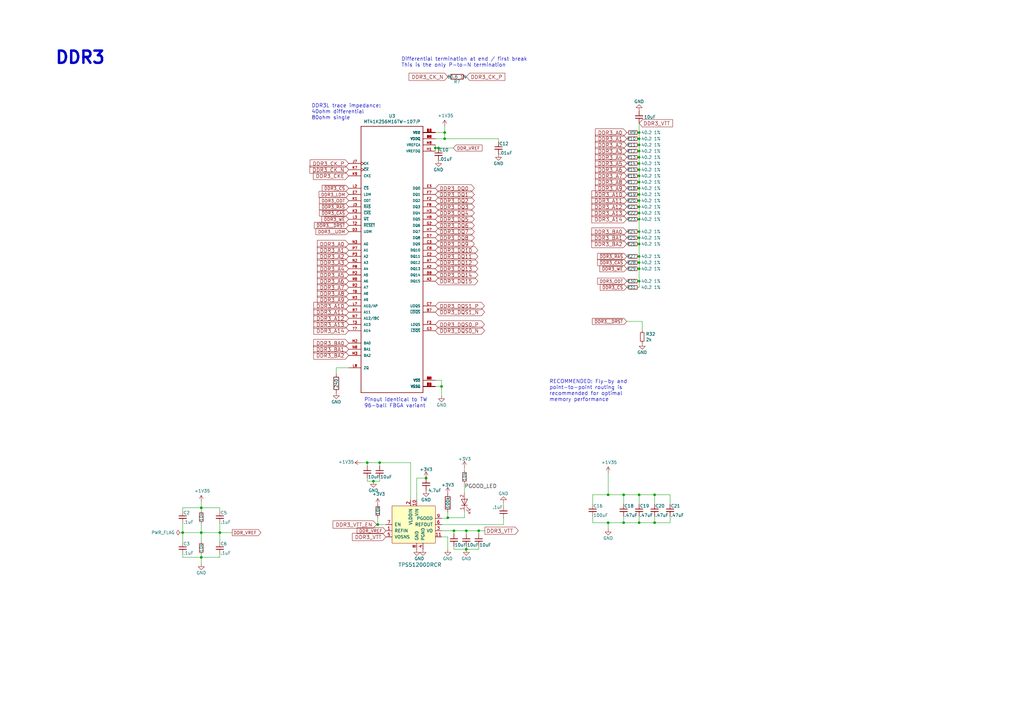
<source format=kicad_sch>
(kicad_sch (version 20231120) (generator "eeschema") (generator_version "8.0")
  (paper "A3")
  (junction (at 186.182 217.678))
  (junction (at 262.128 100.076))
  (junction (at 262.128 94.996))
  (junction (at 249.428 202.946))
  (junction (at 179.832 60.706))
  (junction (at 262.128 77.216))
  (junction (at 82.55 208.28))
  (junction (at 262.128 56.896))
  (junction (at 262.128 54.356))
  (junction (at 82.55 218.44))
  (junction (at 191.262 217.678))
  (junction (at 183.642 212.344))
  (junction (at 262.128 69.596))
  (junction (at 182.372 54.356))
  (junction (at 155.702 189.738))
  (junction (at 262.128 61.976))
  (junction (at 262.128 87.376))
  (junction (at 255.778 214.376))
  (junction (at 90.17 218.44))
  (junction (at 262.128 107.696))
  (junction (at 262.128 64.516))
  (junction (at 255.778 202.946))
  (junction (at 262.128 115.316))
  (junction (at 262.128 105.156))
  (junction (at 150.622 189.738))
  (junction (at 154.94 215.138))
  (junction (at 268.478 202.946))
  (junction (at 178.562 60.706))
  (junction (at 196.342 217.678))
  (junction (at 262.128 59.436))
  (junction (at 191.262 225.298))
  (junction (at 262.128 72.136))
  (junction (at 181.102 158.496))
  (junction (at 262.128 110.236))
  (junction (at 74.93 218.44))
  (junction (at 153.162 197.358))
  (junction (at 262.128 89.916))
  (junction (at 174.752 196.088))
  (junction (at 82.55 228.6))
  (junction (at 268.478 214.376))
  (junction (at 262.128 97.536))
  (junction (at 249.428 214.376))
  (junction (at 262.128 79.756))
  (junction (at 262.128 202.946))
  (junction (at 262.128 67.056))
  (junction (at 182.372 56.896))
  (junction (at 262.128 84.836))
  (junction (at 262.128 214.376))
  (junction (at 262.128 74.676))
  (junction (at 262.128 82.296))
  (wire (pts (xy 178.562 56.896) (xy 182.372 56.896)))
  (wire (pts (xy 181.102 217.678) (xy 186.182 217.678)))
  (wire (pts (xy 90.17 218.44) (xy 90.17 222.25)))
  (wire (pts (xy 74.93 228.6) (xy 82.55 228.6)))
  (wire (pts (xy 249.428 214.376) (xy 255.778 214.376)))
  (wire (pts (xy 154.94 215.138) (xy 154.432 215.138)))
  (wire (pts (xy 148.082 189.738) (xy 150.622 189.738)))
  (wire (pts (xy 262.128 67.056) (xy 262.128 64.516)))
  (wire (pts (xy 262.128 72.136) (xy 262.128 69.596)))
  (wire (pts (xy 186.182 224.028) (xy 186.182 225.298)))
  (wire (pts (xy 262.128 64.516) (xy 262.128 61.976)))
  (wire (pts (xy 82.55 228.6) (xy 82.55 231.14)))
  (wire (pts (xy 90.17 228.6) (xy 90.17 227.33)))
  (wire (pts (xy 255.778 214.376) (xy 262.128 214.376)))
  (wire (pts (xy 262.128 82.296) (xy 262.128 79.756)))
  (wire (pts (xy 255.778 202.946) (xy 255.778 206.756)))
  (wire (pts (xy 181.102 158.496) (xy 181.102 162.306)))
  (wire (pts (xy 262.128 100.076) (xy 262.128 105.156)))
  (wire (pts (xy 262.128 100.076) (xy 262.128 97.536)))
  (wire (pts (xy 181.102 155.956) (xy 181.102 158.496)))
  (wire (pts (xy 74.93 208.28) (xy 82.55 208.28)))
  (wire (pts (xy 190.5 209.804) (xy 190.5 212.344)))
  (wire (pts (xy 82.55 218.44) (xy 82.55 222.25)))
  (wire (pts (xy 182.372 51.816) (xy 182.372 54.356)))
  (wire (pts (xy 243.078 211.836) (xy 243.078 214.376)))
  (wire (pts (xy 178.562 60.706) (xy 179.832 60.706)))
  (wire (pts (xy 262.128 110.236) (xy 262.128 115.316)))
  (wire (pts (xy 262.128 69.596) (xy 262.128 67.056)))
  (wire (pts (xy 262.128 107.696) (xy 262.128 110.236)))
  (wire (pts (xy 268.478 202.946) (xy 274.828 202.946)))
  (wire (pts (xy 268.478 211.836) (xy 268.478 214.376)))
  (wire (pts (xy 191.262 224.028) (xy 191.262 225.298)))
  (wire (pts (xy 82.55 218.44) (xy 74.93 218.44)))
  (wire (pts (xy 243.078 214.376) (xy 249.428 214.376)))
  (wire (pts (xy 262.128 202.946) (xy 262.128 206.756)))
  (wire (pts (xy 262.128 115.316) (xy 262.128 117.856)))
  (wire (pts (xy 262.128 77.216) (xy 262.128 74.676)))
  (wire (pts (xy 206.502 206.248) (xy 206.502 207.518)))
  (wire (pts (xy 262.128 94.996) (xy 262.128 89.916)))
  (wire (pts (xy 95.25 218.44) (xy 90.17 218.44)))
  (wire (pts (xy 262.128 211.836) (xy 262.128 214.376)))
  (wire (pts (xy 196.342 218.948) (xy 196.342 217.678)))
  (wire (pts (xy 262.128 50.546) (xy 262.128 54.356)))
  (wire (pts (xy 249.428 202.946) (xy 255.778 202.946)))
  (wire (pts (xy 196.342 217.678) (xy 198.882 217.678)))
  (wire (pts (xy 179.832 60.706) (xy 185.928 60.706)))
  (wire (pts (xy 191.262 225.298) (xy 196.342 225.298)))
  (wire (pts (xy 191.262 218.948) (xy 191.262 217.678)))
  (wire (pts (xy 137.922 150.876) (xy 137.922 153.416)))
  (wire (pts (xy 82.55 227.33) (xy 82.55 228.6)))
  (wire (pts (xy 262.128 59.436) (xy 262.128 56.896)))
  (wire (pts (xy 74.93 209.55) (xy 74.93 208.28)))
  (wire (pts (xy 190.5 198.12) (xy 190.5 202.184)))
  (wire (pts (xy 262.128 87.376) (xy 262.128 84.836)))
  (wire (pts (xy 263.398 131.826) (xy 263.398 135.636)))
  (wire (pts (xy 154.94 215.138) (xy 158.242 215.138)))
  (wire (pts (xy 150.622 189.738) (xy 155.702 189.738)))
  (wire (pts (xy 186.182 217.678) (xy 191.262 217.678)))
  (wire (pts (xy 181.102 215.138) (xy 206.502 215.138)))
  (wire (pts (xy 182.372 54.356) (xy 178.562 54.356)))
  (wire (pts (xy 154.94 212.09) (xy 154.94 215.138)))
  (wire (pts (xy 255.778 202.946) (xy 262.128 202.946)))
  (wire (pts (xy 74.93 218.44) (xy 74.93 222.25)))
  (wire (pts (xy 153.162 197.358) (xy 155.702 197.358)))
  (wire (pts (xy 168.402 189.738) (xy 168.402 204.978)))
  (wire (pts (xy 82.55 228.6) (xy 90.17 228.6)))
  (wire (pts (xy 82.55 214.63) (xy 82.55 218.44)))
  (wire (pts (xy 74.93 214.63) (xy 74.93 218.44)))
  (wire (pts (xy 268.478 202.946) (xy 268.478 206.756)))
  (wire (pts (xy 183.642 212.344) (xy 183.642 212.598)))
  (wire (pts (xy 181.102 220.218) (xy 183.642 220.218)))
  (wire (pts (xy 181.102 212.598) (xy 183.642 212.598)))
  (wire (pts (xy 262.128 74.676) (xy 262.128 72.136)))
  (wire (pts (xy 183.642 220.218) (xy 183.642 225.298)))
  (wire (pts (xy 262.128 105.156) (xy 262.128 107.696)))
  (wire (pts (xy 150.622 191.008) (xy 150.622 189.738)))
  (wire (pts (xy 257.048 131.826) (xy 263.398 131.826)))
  (wire (pts (xy 178.562 155.956) (xy 181.102 155.956)))
  (wire (pts (xy 204.47 56.896) (xy 204.47 58.166)))
  (wire (pts (xy 274.828 214.376) (xy 274.828 211.836)))
  (wire (pts (xy 178.562 61.976) (xy 178.562 60.706)))
  (wire (pts (xy 262.128 61.976) (xy 262.128 59.436)))
  (wire (pts (xy 170.942 196.088) (xy 170.942 204.978)))
  (wire (pts (xy 150.622 197.358) (xy 153.162 197.358)))
  (wire (pts (xy 190.5 212.344) (xy 183.642 212.344)))
  (wire (pts (xy 174.752 196.088) (xy 170.942 196.088)))
  (wire (pts (xy 143.002 150.876) (xy 137.922 150.876)))
  (wire (pts (xy 274.828 202.946) (xy 274.828 206.756)))
  (wire (pts (xy 243.078 202.946) (xy 249.428 202.946)))
  (wire (pts (xy 74.93 227.33) (xy 74.93 228.6)))
  (wire (pts (xy 82.55 208.28) (xy 90.17 208.28)))
  (wire (pts (xy 90.17 208.28) (xy 90.17 209.55)))
  (wire (pts (xy 196.342 225.298) (xy 196.342 224.028)))
  (wire (pts (xy 90.17 218.44) (xy 82.55 218.44)))
  (wire (pts (xy 262.128 202.946) (xy 268.478 202.946)))
  (wire (pts (xy 262.128 84.836) (xy 262.128 82.296)))
  (wire (pts (xy 249.428 214.376) (xy 249.428 216.916)))
  (wire (pts (xy 191.262 217.678) (xy 196.342 217.678)))
  (wire (pts (xy 186.182 225.298) (xy 191.262 225.298)))
  (wire (pts (xy 90.17 214.63) (xy 90.17 218.44)))
  (wire (pts (xy 249.428 194.056) (xy 249.428 202.946)))
  (wire (pts (xy 262.128 79.756) (xy 262.128 77.216)))
  (wire (pts (xy 155.702 197.358) (xy 155.702 196.088)))
  (wire (pts (xy 262.128 56.896) (xy 262.128 54.356)))
  (wire (pts (xy 82.55 205.74) (xy 82.55 208.28)))
  (wire (pts (xy 82.55 208.28) (xy 82.55 209.55)))
  (wire (pts (xy 262.128 89.916) (xy 262.128 87.376)))
  (wire (pts (xy 183.642 212.344) (xy 183.642 210.058)))
  (wire (pts (xy 182.372 56.896) (xy 204.47 56.896)))
  (wire (pts (xy 178.562 158.496) (xy 181.102 158.496)))
  (wire (pts (xy 262.128 214.376) (xy 268.478 214.376)))
  (wire (pts (xy 262.128 97.536) (xy 262.128 94.996)))
  (wire (pts (xy 150.622 196.088) (xy 150.622 197.358)))
  (wire (pts (xy 182.372 56.896) (xy 182.372 54.356)))
  (wire (pts (xy 243.078 206.756) (xy 243.078 202.946)))
  (wire (pts (xy 190.5 193.04) (xy 190.5 191.77)))
  (wire (pts (xy 186.182 218.948) (xy 186.182 217.678)))
  (wire (pts (xy 268.478 214.376) (xy 274.828 214.376)))
  (wire (pts (xy 155.702 191.008) (xy 155.702 189.738)))
  (wire (pts (xy 206.502 212.598) (xy 206.502 215.138)))
  (wire (pts (xy 255.778 211.836) (xy 255.778 214.376)))
  (wire (pts (xy 178.562 59.436) (xy 178.562 60.706)))
  (wire (pts (xy 155.702 189.738) (xy 168.402 189.738)))
  (text "Differential termination at end / first break\nThis is the only P-to-N termination" (at 164.592 27.686 0) (effects (font (size 1.524 1.524)) (justify left bottom)))
  (text "DDR3" (at 22.352 26.67 0) (effects (font (size 5.0038 5.0038) (thickness 1.0008) (bold yes)) (justify left bottom)))
  (text "Pinout identical to TW \n96-ball FBGA variant\n" (at 149.352 167.386 0) (effects (font (size 1.524 1.524)) (justify left bottom)))
  (text "DDR3L trace impedance:\n40ohm differential\n80ohm single" (at 127.762 49.276 0) (effects (font (size 1.524 1.524)) (justify left bottom)))
  (text "RECOMMENDED: Fly-by and \npoint-to-point routing is\nrecommended for optimal \nmemory performance" (at 225.298 164.846 0) (effects (font (size 1.524 1.524)) (justify left bottom)))
  (label "PGOOD_LED" (at 190.5 200.66 0) (effects (font (size 1.524 1.524))))
  (global_label "DDR_VREF" (shape input) (at 185.928 60.706 0) (property "Intersheetrefs" "${INTERSHEET_REFS}" (effects (hide yes))))
  (global_label "DDR3_DQ8" (shape bidirectional) (at 178.562 97.536 0) (effects (font (size 1.524 1.524))) (property "Intersheetrefs" "${INTERSHEET_REFS}" (effects (hide yes))))
  (global_label "DDR3_A4" (shape input) (at 257.048 64.516 180) (effects (font (size 1.524 1.524))) (property "Intersheetrefs" "${INTERSHEET_REFS}" (effects (hide yes))))
  (global_label "DDR3_A13" (shape input) (at 257.048 87.376 180) (effects (font (size 1.524 1.524))) (property "Intersheetrefs" "${INTERSHEET_REFS}" (effects (hide yes))))
  (global_label "DDR3_A9" (shape input) (at 257.048 77.216 180) (effects (font (size 1.524 1.524))) (property "Intersheetrefs" "${INTERSHEET_REFS}" (effects (hide yes))))
  (global_label "~{DDR3_CAS}" (shape input) (at 257.048 107.696 180) (property "Intersheetrefs" "${INTERSHEET_REFS}" (effects (hide yes))))
  (global_label "DDR3_A14" (shape input) (at 257.048 89.916 180) (effects (font (size 1.524 1.524))) (property "Intersheetrefs" "${INTERSHEET_REFS}" (effects (hide yes))))
  (global_label "DDR_VREF" (shape input) (at 158.242 217.678 180) (property "Intersheetrefs" "${INTERSHEET_REFS}" (effects (hide yes))))
  (global_label "DDR3_VTT_EN" (shape input) (at 154.432 215.138 180) (effects (font (size 1.524 1.524))) (property "Intersheetrefs" "${INTERSHEET_REFS}" (effects (hide yes))))
  (global_label "DDR3_BA0" (shape input) (at 257.048 94.996 180) (effects (font (size 1.524 1.524))) (property "Intersheetrefs" "${INTERSHEET_REFS}" (effects (hide yes))))
  (global_label "DDR3_VTT" (shape input) (at 262.128 50.546 0) (effects (font (size 1.524 1.524))) (property "Intersheetrefs" "${INTERSHEET_REFS}" (effects (hide yes))))
  (global_label "DDR3_DQ11" (shape bidirectional) (at 178.562 105.156 0) (effects (font (size 1.524 1.524))) (property "Intersheetrefs" "${INTERSHEET_REFS}" (effects (hide yes))))
  (global_label "DDR3_DQ4" (shape bidirectional) (at 178.562 87.376 0) (effects (font (size 1.524 1.524))) (property "Intersheetrefs" "${INTERSHEET_REFS}" (effects (hide yes))))
  (global_label "DDR3_A6" (shape input) (at 257.048 69.596 180) (effects (font (size 1.524 1.524))) (property "Intersheetrefs" "${INTERSHEET_REFS}" (effects (hide yes))))
  (global_label "DDR3_A13" (shape input) (at 143.002 133.096 180) (effects (font (size 1.524 1.524))) (property "Intersheetrefs" "${INTERSHEET_REFS}" (effects (hide yes))))
  (global_label "DDR3_A1" (shape input) (at 143.002 102.616 180) (effects (font (size 1.524 1.524))) (property "Intersheetrefs" "${INTERSHEET_REFS}" (effects (hide yes))))
  (global_label "DDR3_A7" (shape input) (at 143.002 117.856 180) (effects (font (size 1.524 1.524))) (property "Intersheetrefs" "${INTERSHEET_REFS}" (effects (hide yes))))
  (global_label "DDR3_A5" (shape input) (at 143.002 112.776 180) (effects (font (size 1.524 1.524))) (property "Intersheetrefs" "${INTERSHEET_REFS}" (effects (hide yes))))
  (global_label "DDR3_LDM" (shape input) (at 143.002 79.756 180) (property "Intersheetrefs" "${INTERSHEET_REFS}" (effects (hide yes))))
  (global_label "DDR3_DQ13" (shape bidirectional) (at 178.562 110.236 0) (effects (font (size 1.524 1.524))) (property "Intersheetrefs" "${INTERSHEET_REFS}" (effects (hide yes))))
  (global_label "DDR3_DQS0_N" (shape bidirectional) (at 178.562 135.636 0) (effects (font (size 1.524 1.524))) (property "Intersheetrefs" "${INTERSHEET_REFS}" (effects (hide yes))))
  (global_label "DDR3_VTT" (shape output) (at 198.882 217.678 0) (effects (font (size 1.524 1.524))) (property "Intersheetrefs" "${INTERSHEET_REFS}" (effects (hide yes))))
  (global_label "DDR3_A9" (shape input) (at 143.002 122.936 180) (effects (font (size 1.524 1.524))) (property "Intersheetrefs" "${INTERSHEET_REFS}" (effects (hide yes))))
  (global_label "DDR3_BA1" (shape input) (at 143.002 143.256 180) (effects (font (size 1.524 1.524))) (property "Intersheetrefs" "${INTERSHEET_REFS}" (effects (hide yes))))
  (global_label "~{DDR3__DRST}" (shape input) (at 257.048 131.826 180) (property "Intersheetrefs" "${INTERSHEET_REFS}" (effects (hide yes))))
  (global_label "~{DDR3_CS}" (shape input) (at 257.048 117.856 180) (property "Intersheetrefs" "${INTERSHEET_REFS}" (effects (hide yes))))
  (global_label "DDR3_A8" (shape input) (at 257.048 74.676 180) (effects (font (size 1.524 1.524))) (property "Intersheetrefs" "${INTERSHEET_REFS}" (effects (hide yes))))
  (global_label "DDR3_A12" (shape input) (at 143.002 130.556 180) (effects (font (size 1.524 1.524))) (property "Intersheetrefs" "${INTERSHEET_REFS}" (effects (hide yes))))
  (global_label "DDR3_BA0" (shape input) (at 143.002 140.716 180) (effects (font (size 1.524 1.524))) (property "Intersheetrefs" "${INTERSHEET_REFS}" (effects (hide yes))))
  (global_label "DDR3_A7" (shape input) (at 257.048 72.136 180) (effects (font (size 1.524 1.524))) (property "Intersheetrefs" "${INTERSHEET_REFS}" (effects (hide yes))))
  (global_label "DDR3_A0" (shape input) (at 143.002 100.076 180) (effects (font (size 1.524 1.524))) (property "Intersheetrefs" "${INTERSHEET_REFS}" (effects (hide yes))))
  (global_label "DDR3_DQ6" (shape bidirectional) (at 178.562 92.456 0) (effects (font (size 1.524 1.524))) (property "Intersheetrefs" "${INTERSHEET_REFS}" (effects (hide yes))))
  (global_label "DDR3_A2" (shape input) (at 257.048 59.436 180) (effects (font (size 1.524 1.524))) (property "Intersheetrefs" "${INTERSHEET_REFS}" (effects (hide yes))))
  (global_label "~{DDR3_CAS}" (shape input) (at 143.002 87.376 180) (property "Intersheetrefs" "${INTERSHEET_REFS}" (effects (hide yes))))
  (global_label "~{DDR3_WE}" (shape input) (at 257.048 110.236 180) (property "Intersheetrefs" "${INTERSHEET_REFS}" (effects (hide yes))))
  (global_label "DDR3_A6" (shape input) (at 143.002 115.316 180) (effects (font (size 1.524 1.524))) (property "Intersheetrefs" "${INTERSHEET_REFS}" (effects (hide yes))))
  (global_label "DDR3_ODT" (shape input) (at 257.048 115.316 180) (property "Intersheetrefs" "${INTERSHEET_REFS}" (effects (hide yes))))
  (global_label "DDR3_DQ0" (shape bidirectional) (at 178.562 77.216 0) (effects (font (size 1.524 1.524))) (property "Intersheetrefs" "${INTERSHEET_REFS}" (effects (hide yes))))
  (global_label "DDR3_A3" (shape input) (at 257.048 61.976 180) (effects (font (size 1.524 1.524))) (property "Intersheetrefs" "${INTERSHEET_REFS}" (effects (hide yes))))
  (global_label "DDR3_A1" (shape input) (at 257.048 56.896 180) (effects (font (size 1.524 1.524))) (property "Intersheetrefs" "${INTERSHEET_REFS}" (effects (hide yes))))
  (global_label "DDR3_DQ15" (shape bidirectional) (at 178.562 115.316 0) (effects (font (size 1.524 1.524))) (property "Intersheetrefs" "${INTERSHEET_REFS}" (effects (hide yes))))
  (global_label "~{DDR3_CS}" (shape input) (at 143.002 77.216 180) (property "Intersheetrefs" "${INTERSHEET_REFS}" (effects (hide yes))))
  (global_label "DDR3_DQ14" (shape bidirectional) (at 178.562 112.776 0) (effects (font (size 1.524 1.524))) (property "Intersheetrefs" "${INTERSHEET_REFS}" (effects (hide yes))))
  (global_label "DDR3_DQS1_N" (shape bidirectional) (at 178.562 128.016 0) (effects (font (size 1.524 1.524))) (property "Intersheetrefs" "${INTERSHEET_REFS}" (effects (hide yes))))
  (global_label "DDR3_BA2" (shape input) (at 143.002 145.796 180) (effects (font (size 1.524 1.524))) (property "Intersheetrefs" "${INTERSHEET_REFS}" (effects (hide yes))))
  (global_label "DDR3_A2" (shape input) (at 143.002 105.156 180) (effects (font (size 1.524 1.524))) (property "Intersheetrefs" "${INTERSHEET_REFS}" (effects (hide yes))))
  (global_label "DDR3_A12" (shape input) (at 257.048 84.836 180) (effects (font (size 1.524 1.524))) (property "Intersheetrefs" "${INTERSHEET_REFS}" (effects (hide yes))))
  (global_label "DDR3_CK_P" (shape input) (at 143.002 67.056 180) (effects (font (size 1.524 1.524))) (property "Intersheetrefs" "${INTERSHEET_REFS}" (effects (hide yes))))
  (global_label "DDR3_DQ3" (shape bidirectional) (at 178.562 84.836 0) (effects (font (size 1.524 1.524))) (property "Intersheetrefs" "${INTERSHEET_REFS}" (effects (hide yes))))
  (global_label "DDR3_BA2" (shape input) (at 257.048 100.076 180) (effects (font (size 1.524 1.524))) (property "Intersheetrefs" "${INTERSHEET_REFS}" (effects (hide yes))))
  (global_label "DDR3_A3" (shape input) (at 143.002 107.696 180) (effects (font (size 1.524 1.524))) (property "Intersheetrefs" "${INTERSHEET_REFS}" (effects (hide yes))))
  (global_label "~{DDR3_RAS}" (shape input) (at 143.002 84.836 180) (property "Intersheetrefs" "${INTERSHEET_REFS}" (effects (hide yes))))
  (global_label "DDR3_DQ9" (shape bidirectional) (at 178.562 100.076 0) (effects (font (size 1.524 1.524))) (property "Intersheetrefs" "${INTERSHEET_REFS}" (effects (hide yes))))
  (global_label "DDR3_DQ5" (shape bidirectional) (at 178.562 89.916 0) (effects (font (size 1.524 1.524))) (property "Intersheetrefs" "${INTERSHEET_REFS}" (effects (hide yes))))
  (global_label "DDR3_A10" (shape input) (at 143.002 125.476 180) (effects (font (size 1.524 1.524))) (property "Intersheetrefs" "${INTERSHEET_REFS}" (effects (hide yes))))
  (global_label "DDR3_DQ7" (shape bidirectional) (at 178.562 94.996 0) (effects (font (size 1.524 1.524))) (property "Intersheetrefs" "${INTERSHEET_REFS}" (effects (hide yes))))
  (global_label "DDR3_DQS1_P" (shape bidirectional) (at 178.562 125.476 0) (effects (font (size 1.524 1.524))) (property "Intersheetrefs" "${INTERSHEET_REFS}" (effects (hide yes))))
  (global_label "DDR3_BA1" (shape input) (at 257.048 97.536 180) (effects (font (size 1.524 1.524))) (property "Intersheetrefs" "${INTERSHEET_REFS}" (effects (hide yes))))
  (global_label "DDR3_A0" (shape input) (at 257.048 54.356 180) (effects (font (size 1.524 1.524))) (property "Intersheetrefs" "${INTERSHEET_REFS}" (effects (hide yes))))
  (global_label "DDR3_DQS0_P" (shape bidirectional) (at 178.562 133.096 0) (effects (font (size 1.524 1.524))) (property "Intersheetrefs" "${INTERSHEET_REFS}" (effects (hide yes))))
  (global_label "DDR3_A8" (shape input) (at 143.002 120.396 180) (effects (font (size 1.524 1.524))) (property "Intersheetrefs" "${INTERSHEET_REFS}" (effects (hide yes))))
  (global_label "DDR_VREF" (shape output) (at 95.25 218.44 0) (property "Intersheetrefs" "${INTERSHEET_REFS}" (effects (hide yes))))
  (global_label "DDR3_DQ2" (shape bidirectional) (at 178.562 82.296 0) (effects (font (size 1.524 1.524))) (property "Intersheetrefs" "${INTERSHEET_REFS}" (effects (hide yes))))
  (global_label "DDR3_A10" (shape input) (at 257.048 79.756 180) (effects (font (size 1.524 1.524))) (property "Intersheetrefs" "${INTERSHEET_REFS}" (effects (hide yes))))
  (global_label "~{DDR3_RAS}" (shape input) (at 257.048 105.156 180) (property "Intersheetrefs" "${INTERSHEET_REFS}" (effects (hide yes))))
  (global_label "DDR3__UDM" (shape input) (at 143.002 94.996 180) (property "Intersheetrefs" "${INTERSHEET_REFS}" (effects (hide yes))))
  (global_label "DDR3_CKE" (shape input) (at 143.002 72.136 180) (effects (font (size 1.524 1.524))) (property "Intersheetrefs" "${INTERSHEET_REFS}" (effects (hide yes))))
  (global_label "DDR3_A5" (shape input) (at 257.048 67.056 180) (effects (font (size 1.524 1.524))) (property "Intersheetrefs" "${INTERSHEET_REFS}" (effects (hide yes))))
  (global_label "~{DDR3__DRST}" (shape input) (at 143.002 92.456 180) (property "Intersheetrefs" "${INTERSHEET_REFS}" (effects (hide yes))))
  (global_label "DDR3_CK_P" (shape input) (at 191.262 31.496 0) (effects (font (size 1.524 1.524))) (property "Intersheetrefs" "${INTERSHEET_REFS}" (effects (hide yes))))
  (global_label "DDR3_DQ10" (shape bidirectional) (at 178.562 102.616 0) (effects (font (size 1.524 1.524))) (property "Intersheetrefs" "${INTERSHEET_REFS}" (effects (hide yes))))
  (global_label "~{DDR3_WE}" (shape input) (at 143.002 89.916 180) (property "Intersheetrefs" "${INTERSHEET_REFS}" (effects (hide yes))))
  (global_label "DDR3_DQ1" (shape bidirectional) (at 178.562 79.756 0) (effects (font (size 1.524 1.524))) (property "Intersheetrefs" "${INTERSHEET_REFS}" (effects (hide yes))))
  (global_label "DDR3_VTT" (shape input) (at 158.242 220.218 180) (effects (font (size 1.524 1.524))) (property "Intersheetrefs" "${INTERSHEET_REFS}" (effects (hide yes))))
  (global_label "DDR3_ODT" (shape input) (at 143.002 82.296 180) (property "Intersheetrefs" "${INTERSHEET_REFS}" (effects (hide yes))))
  (global_label "DDR3_A14" (shape input) (at 143.002 135.636 180) (effects (font (size 1.524 1.524))) (property "Intersheetrefs" "${INTERSHEET_REFS}" (effects (hide yes))))
  (global_label "DDR3_CK_N" (shape input) (at 143.002 69.596 180) (effects (font (size 1.524 1.524))) (property "Intersheetrefs" "${INTERSHEET_REFS}" (effects (hide yes))))
  (global_label "DDR3_A11" (shape input) (at 257.048 82.296 180) (effects (font (size 1.524 1.524))) (property "Intersheetrefs" "${INTERSHEET_REFS}" (effects (hide yes))))
  (global_label "DDR3_A4" (shape input) (at 143.002 110.236 180) (effects (font (size 1.524 1.524))) (property "Intersheetrefs" "${INTERSHEET_REFS}" (effects (hide yes))))
  (global_label "DDR3_A11" (shape input) (at 143.002 128.016 180) (effects (font (size 1.524 1.524))) (property "Intersheetrefs" "${INTERSHEET_REFS}" (effects (hide yes))))
  (global_label "DDR3_CK_N" (shape input) (at 183.642 31.496 180) (effects (font (size 1.524 1.524))) (property "Intersheetrefs" "${INTERSHEET_REFS}" (effects (hide yes))))
  (global_label "DDR3_DQ12" (shape bidirectional) (at 178.562 107.696 0) (effects (font (size 1.524 1.524))) (property "Intersheetrefs" "${INTERSHEET_REFS}" (effects (hide yes))))
  (symbol (lib_id "power:PWR_FLAG") (at 74.93 218.44 90) (unit 1)
    (property "Reference" "#FLG01" (effects (hide yes)))
    (property "Value" "PWR_FLAG" (at 71.6788 218.44 90) (effects (justify left)))
    (instances (project "SYNC_VT" (path "" (reference "#FLG01") (unit 1))) (project "DFTBoard" (path "" (reference "#FLG04") (unit 1))))
  )
  (symbol (lib_id "Device:C_Small") (at 268.478 209.296 0) (unit 1)
    (property "Reference" "C20" (at 268.732 207.518 0) (effects (justify left)))
    (property "Value" ".47uF" (at 268.732 211.328 0) (effects (justify left)))
    (property "Footprint" "Capacitor_SMD:C_1206_3216Metric" (effects (hide yes)))
    (property "Datasheet" "CL31A476MPHNNNE" (effects (hide yes)))
    (property "MFR" "Yageo" (effects (hide yes)))
    (property "MPN" "CC0402KRX5R5BB474" (effects (hide yes)))
    (property "SPR" "Digikey" (effects (hide yes)))
    (property "SPN" "311-1684-1-ND" (effects (hide yes)))
    (instances (project "SYNC_VT" (path "" (reference "C20") (unit 1))) (project "DFTBoard" (path "" (reference "C103") (unit 1))))
  )
  (symbol (lib_id "Device:C_Small") (at 196.342 221.488 0) (unit 1)
    (property "Reference" "C14" (effects (hide yes)))
    (property "Value" "10uF" (at 196.596 223.52 0) (effects (justify left)))
    (property "Footprint" "Capacitor_SMD:C_0402_1005Metric" (effects (hide yes)))
    (property "Datasheet" "GRM155R60J106ME44D" (effects (hide yes)))
    (property "MFR" "Murata" (effects (hide yes)))
    (property "MPN" "GRM188R61A106KE69J" (effects (hide yes)))
    (property "SPR" "Digikey" (effects (hide yes)))
    (property "SPN" "490-14372-1-ND" (effects (hide yes)))
    (instances (project "SYNC_VT" (path "" (reference "C14") (unit 1))) (project "DFTBoard" (path "" (reference "C?") (unit 1)) (path "" (reference "C130") (unit 1))))
  )
  (symbol (lib_id "Device:C_Small") (at 90.17 212.09 0) (unit 1)
    (property "Reference" "C5" (at 90.424 210.312 0) (effects (justify left)))
    (property "Value" ".1uF" (at 90.424 214.122 0) (effects (justify left)))
    (property "Footprint" "Capacitor_SMD:C_0402_1005Metric" (effects (hide yes)))
    (property "Datasheet" "CL05A105KA5NQNC" (effects (hide yes)))
    (property "MFR" "Yageo" (effects (hide yes)))
    (property "MPN" "CC0402KRX7R6BB104" (effects (hide yes)))
    (property "SPR" "Digikey" (effects (hide yes)))
    (property "SPN" "311-1345-1-ND" (effects (hide yes)))
    (instances (project "SYNC_VT" (path "" (reference "C5") (unit 1))) (project "DFTBoard" (path "" (reference "C96") (unit 1))))
  )
  (symbol (lib_id "Device:R_Small") (at 259.588 84.836 90) (unit 1)
    (property "Reference" "R21" (at 260.858 84.836 90) (effects (justify left)))
    (property "Value" "40.2 1%" (at 271.018 84.836 90) (effects (justify left)))
    (property "Footprint" "Resistor_SMD:R_0201_0603Metric" (effects (hide yes)))
    (property "Datasheet" "RTT0140R2FTH" (effects (hide yes)))
    (property "MFR" "Yageo" (effects (hide yes)))
    (property "MPN" "RC0402FR-0740R2L" (effects (hide yes)))
    (property "SPR" "Digikey" (effects (hide yes)))
    (property "SPN" "311-40.2LRTR-ND" (effects (hide yes)))
    (property "SPURL" "-" (effects (hide yes)))
    (instances (project "SYNC_VT" (path "" (reference "R21") (unit 1))) (project "DFTBoard" (path "" (reference "R63") (unit 1))))
  )
  (symbol (lib_id "Device:R_Small") (at 259.588 89.916 90) (unit 1)
    (property "Reference" "R23" (at 260.858 89.916 90) (effects (justify left)))
    (property "Value" "40.2 1%" (at 271.018 89.916 90) (effects (justify left)))
    (property "Footprint" "Resistor_SMD:R_0201_0603Metric" (effects (hide yes)))
    (property "Datasheet" "RTT0140R2FTH" (effects (hide yes)))
    (property "MFR" "Yageo" (effects (hide yes)))
    (property "MPN" "RC0402FR-0740R2L" (effects (hide yes)))
    (property "SPR" "Digikey" (effects (hide yes)))
    (property "SPN" "311-40.2LRTR-ND" (effects (hide yes)))
    (property "SPURL" "-" (effects (hide yes)))
    (instances (project "SYNC_VT" (path "" (reference "R23") (unit 1))) (project "DFTBoard" (path "" (reference "R65") (unit 1))))
  )
  (symbol (lib_id "Device:R_Small") (at 259.588 67.056 90) (unit 1)
    (property "Reference" "R14" (at 260.858 67.056 90) (effects (justify left)))
    (property "Value" "40.2 1%" (at 271.018 67.056 90) (effects (justify left)))
    (property "Footprint" "Resistor_SMD:R_0201_0603Metric" (effects (hide yes)))
    (property "Datasheet" "RTT0140R2FTH" (effects (hide yes)))
    (property "MFR" "Yageo" (effects (hide yes)))
    (property "MPN" "RC0402FR-0740R2L" (effects (hide yes)))
    (property "SPR" "Digikey" (effects (hide yes)))
    (property "SPN" "311-40.2LRTR-ND" (effects (hide yes)))
    (property "SPURL" "-" (effects (hide yes)))
    (instances (project "SYNC_VT" (path "" (reference "R14") (unit 1))) (project "DFTBoard" (path "" (reference "R56") (unit 1))))
  )
  (symbol (lib_id "power:GND") (at 191.262 225.298 0) (unit 1)
    (property "Reference" "#PWR023" (effects (hide yes)))
    (property "Value" "GND" (at 191.262 229.108 0))
    (instances (project "SYNC_VT" (path "" (reference "#PWR023") (unit 1))) (project "DFTBoard" (path "" (reference "#PWR0226") (unit 1))))
  )
  (symbol (lib_id "Device:C_Small") (at 255.778 209.296 0) (unit 1)
    (property "Reference" "C18" (at 256.032 207.518 0) (effects (justify left)))
    (property "Value" ".47uF" (at 256.032 211.328 0) (effects (justify left)))
    (property "Footprint" "Capacitor_SMD:C_1206_3216Metric" (effects (hide yes)))
    (property "Datasheet" "CL31A476MPHNNNE" (effects (hide yes)))
    (property "MFR" "Yageo" (effects (hide yes)))
    (property "MPN" "CC0402KRX5R5BB474" (effects (hide yes)))
    (property "SPR" "Digikey" (effects (hide yes)))
    (property "SPN" "311-1684-1-ND" (effects (hide yes)))
    (instances (project "SYNC_VT" (path "" (reference "C18") (unit 1))) (project "DFTBoard" (path "" (reference "C101") (unit 1))))
  )
  (symbol (lib_id "power:GND") (at 153.162 197.358 0) (unit 1)
    (property "Reference" "#PWR010" (effects (hide yes)))
    (property "Value" "GND" (at 153.162 201.168 0))
    (instances (project "SYNC_VT" (path "" (reference "#PWR010") (unit 1))) (project "DFTBoard" (path "" (reference "#PWR072") (unit 1))))
  )
  (symbol (lib_id "Device:R_Small") (at 259.588 87.376 90) (unit 1)
    (property "Reference" "R22" (at 260.858 87.376 90) (effects (justify left)))
    (property "Value" "40.2 1%" (at 271.018 87.376 90) (effects (justify left)))
    (property "Footprint" "Resistor_SMD:R_0201_0603Metric" (effects (hide yes)))
    (property "Datasheet" "RTT0140R2FTH" (effects (hide yes)))
    (property "MFR" "Yageo" (effects (hide yes)))
    (property "MPN" "RC0402FR-0740R2L" (effects (hide yes)))
    (property "SPR" "Digikey" (effects (hide yes)))
    (property "SPN" "311-40.2LRTR-ND" (effects (hide yes)))
    (property "SPURL" "-" (effects (hide yes)))
    (instances (project "SYNC_VT" (path "" (reference "R22") (unit 1))) (project "DFTBoard" (path "" (reference "R64") (unit 1))))
  )
  (symbol (lib_id "power:GND") (at 206.502 206.248 180) (unit 1)
    (property "Reference" "#PWR024" (effects (hide yes)))
    (property "Value" "GND" (at 206.502 202.438 0))
    (instances (project "SYNC_VT" (path "" (reference "#PWR024") (unit 1))) (project "DFTBoard" (path "" (reference "#PWR0227") (unit 1))))
  )
  (symbol (lib_id "Device:R") (at 187.452 31.496 270) (unit 1)
    (property "Reference" "R7" (at 187.452 33.528 90))
    (property "Value" "80.6 1%" (at 187.452 31.496 90))
    (property "Footprint" "Resistor_SMD:R_0603_1608Metric" (effects (hide yes)))
    (property "Datasheet" "RMC060380.6K1%N" (effects (hide yes)))
    (property "MFR" "Yageo" (effects (hide yes)))
    (property "SPR" "Digikey" (effects (hide yes)))
    (property "MPN" "RC0402FR-0780R6L" (effects (hide yes)))
    (property "SPN" "311-80.6LRTR-ND" (effects (hide yes)))
    (property "SPURL" "-" (effects (hide yes)))
    (instances (project "SYNC_VT" (path "" (reference "R7") (unit 1))) (project "DFTBoard" (path "" (reference "R50") (unit 1))))
  )
  (symbol (lib_id "Device:R_Small") (at 259.588 117.856 90) (unit 1)
    (property "Reference" "R31" (at 260.858 117.856 90) (effects (justify left)))
    (property "Value" "40.2 1%" (at 271.018 117.856 90) (effects (justify left)))
    (property "Footprint" "Resistor_SMD:R_0201_0603Metric" (effects (hide yes)))
    (property "Datasheet" "RTT0140R2FTH" (effects (hide yes)))
    (property "MFR" "Yageo" (effects (hide yes)))
    (property "MPN" "RC0402FR-0740R2L" (effects (hide yes)))
    (property "SPR" "Digikey" (effects (hide yes)))
    (property "SPN" "311-40.2LRTR-ND" (effects (hide yes)))
    (property "SPURL" "-" (effects (hide yes)))
    (instances (project "SYNC_VT" (path "" (reference "R31") (unit 1))) (project "DFTBoard" (path "" (reference "R73") (unit 1))))
  )
  (symbol (lib_id "Device:C_Small") (at 186.182 221.488 0) (unit 1)
    (property "Reference" "C11" (effects (hide yes)))
    (property "Value" "10uF" (at 186.436 223.52 0) (effects (justify left)))
    (property "Footprint" "Capacitor_SMD:C_0402_1005Metric" (effects (hide yes)))
    (property "Datasheet" "GRM155R60J106ME44D" (effects (hide yes)))
    (property "MFR" "Murata" (effects (hide yes)))
    (property "MPN" "GRM188R61A106KE69J" (effects (hide yes)))
    (property "SPR" "Digikey" (effects (hide yes)))
    (property "SPN" "490-14372-1-ND" (effects (hide yes)))
    (instances (project "SYNC_VT" (path "" (reference "C11") (unit 1))) (project "DFTBoard" (path "" (reference "C?") (unit 1)) (path "" (reference "C128") (unit 1))))
  )
  (symbol (lib_id "Device:R_Small") (at 259.588 56.896 90) (unit 1)
    (property "Reference" "R10" (at 260.858 56.896 90) (effects (justify left)))
    (property "Value" "40.2 1%" (at 271.018 56.896 90) (effects (justify left)))
    (property "Footprint" "Resistor_SMD:R_0201_0603Metric" (effects (hide yes)))
    (property "Datasheet" "RTT0140R2FTH" (effects (hide yes)))
    (property "MFR" "Yageo" (effects (hide yes)))
    (property "MPN" "RC0402FR-0740R2L" (effects (hide yes)))
    (property "SPR" "Digikey" (effects (hide yes)))
    (property "SPN" "311-40.2LRTR-ND" (effects (hide yes)))
    (property "SPURL" "-" (effects (hide yes)))
    (instances (project "SYNC_VT" (path "" (reference "R10") (unit 1))) (project "DFTBoard" (path "" (reference "R52") (unit 1))))
  )
  (symbol (lib_id "power:GND") (at 263.398 140.716 0) (unit 1)
    (property "Reference" "#PWR027" (effects (hide yes)))
    (property "Value" "GND" (at 263.398 144.526 0))
    (instances (project "SYNC_VT" (path "" (reference "#PWR027") (unit 1))) (project "DFTBoard" (path "" (reference "#PWR0160") (unit 1))))
  )
  (symbol (lib_id "Device:C_Small") (at 274.828 209.296 0) (unit 1)
    (property "Reference" "C21" (at 275.082 207.518 0) (effects (justify left)))
    (property "Value" ".47uF" (at 275.082 211.328 0) (effects (justify left)))
    (property "Footprint" "Capacitor_SMD:C_1206_3216Metric" (effects (hide yes)))
    (property "Datasheet" "CL31A476MPHNNNE" (effects (hide yes)))
    (property "MFR" "Yageo" (effects (hide yes)))
    (property "MPN" "CC0402KRX5R5BB474" (effects (hide yes)))
    (property "SPR" "Digikey" (effects (hide yes)))
    (property "SPN" "311-1684-1-ND" (effects (hide yes)))
    (instances (project "SYNC_VT" (path "" (reference "C21") (unit 1))) (project "DFTBoard" (path "" (reference "C104") (unit 1))))
  )
  (symbol (lib_id "power:+1V35") (at 148.082 189.738 90) (unit 1)
    (property "Reference" "#PWR09" (effects (hide yes)))
    (property "Value" "+1V35" (at 141.986 189.484 90))
    (instances (project "SYNC_VT" (path "" (reference "#PWR09") (unit 1))) (project "DFTBoard" (path "" (reference "#PWR060") (unit 1))))
  )
  (symbol (lib_id "Device:C_Small") (at 74.93 224.79 0) (unit 1)
    (property "Reference" "C3" (at 75.184 223.012 0) (effects (justify left)))
    (property "Value" ".1uF" (at 75.184 226.822 0) (effects (justify left)))
    (property "Footprint" "Capacitor_SMD:C_0402_1005Metric" (effects (hide yes)))
    (property "Datasheet" "CL05A105KA5NQNC" (effects (hide yes)))
    (property "MFR" "Yageo" (effects (hide yes)))
    (property "MPN" "CC0402KRX7R6BB104" (effects (hide yes)))
    (property "SPR" "Digikey" (effects (hide yes)))
    (property "SPN" "311-1345-1-ND" (effects (hide yes)))
    (instances (project "SYNC_VT" (path "" (reference "C3") (unit 1))) (project "DFTBoard" (path "" (reference "C95") (unit 1))))
  )
  (symbol (lib_id "power:+3V3") (at 174.752 196.088 0) (unit 1)
    (property "Reference" "#PWR014" (effects (hide yes)))
    (property "Value" "+3V3" (at 174.752 192.532 0))
    (instances (project "SYNC_VT" (path "" (reference "#PWR014") (unit 1))) (project "DFTBoard" (path "" (reference "#PWR?") (unit 1)) (path "" (reference "#PWR0159") (unit 1))))
  )
  (symbol (lib_id "Device:R_Small") (at 263.398 138.176 0) (unit 1)
    (property "Reference" "R32" (at 264.8966 137.0076 0) (effects (justify left)))
    (property "Value" "2k" (at 264.8966 139.319 0) (effects (justify left)))
    (property "Footprint" "Resistor_SMD:R_0402_1005Metric" (effects (hide yes)))
    (property "Datasheet" "0402WGF2001TCE" (effects (hide yes)))
    (property "MFR" "Yageo" (effects (hide yes)))
    (property "MPN" "RC0402JR-074K7L" (effects (hide yes)))
    (property "SPR" "Digikey" (effects (hide yes)))
    (property "SPN" "311-4.7KJRCT-ND" (effects (hide yes)))
    (property "SPURL" "-" (effects (hide yes)))
    (instances (project "SYNC_VT" (path "" (reference "R32") (unit 1))) (project "DFTBoard" (path "" (reference "R74") (unit 1))))
  )
  (symbol (lib_id "Device:C_Small") (at 262.128 48.006 180) (unit 1)
    (property "Reference" "C36" (effects (hide yes)))
    (property "Value" "10uF" (at 268.986 48.006 0) (effects (justify left)))
    (property "Footprint" "Capacitor_SMD:C_0402_1005Metric" (effects (hide yes)))
    (property "Datasheet" "GRM155R60J106ME44D" (effects (hide yes)))
  )
  (symbol (lib_id "Device:R_Small") (at 259.588 105.156 90) (unit 1)
    (property "Reference" "R27" (at 260.858 105.156 90) (effects (justify left)))
    (property "Value" "40.2 1%" (at 271.018 105.156 90) (effects (justify left)))
    (property "Footprint" "Resistor_SMD:R_0201_0603Metric" (effects (hide yes)))
    (property "Datasheet" "RTT0140R2FTH" (effects (hide yes)))
    (property "MFR" "Yageo" (effects (hide yes)))
    (property "MPN" "RC0402FR-0740R2L" (effects (hide yes)))
    (property "SPR" "Digikey" (effects (hide yes)))
    (property "SPN" "311-40.2LRTR-ND" (effects (hide yes)))
    (property "SPURL" "-" (effects (hide yes)))
    (instances (project "SYNC_VT" (path "" (reference "R27") (unit 1))) (project "DFTBoard" (path "" (reference "R69") (unit 1))))
  )
  (symbol (lib_id "power:+3V3") (at 154.94 207.01 0) (unit 1)
    (property "Reference" "#PWR011" (effects (hide yes)))
    (property "Value" "+3V3" (at 155.321 202.6158 0))
    (instances (project "SYNC_VT" (path "" (reference "#PWR011") (unit 1))) (project "DFTBoard" (path "" (reference "#PWR?") (unit 1)) (path "" (reference "#PWR0176") (unit 1)) (path "" (reference "#PWR?") (unit 1))))
  )
  (symbol (lib_id "Device:R") (at 183.642 206.248 0) (unit 1)
    (property "Reference" "R6" (effects (hide yes)))
    (property "Value" "100k" (at 183.642 206.248 90))
    (property "Footprint" "Resistor_SMD:R_0402_1005Metric" (effects (hide yes)))
    (property "Datasheet" "QR0402F100KQ10Z" (effects (hide yes)))
    (property "MFR" "Yageo" (effects (hide yes)))
    (property "MPN" "RC0402FR-07100KL" (effects (hide yes)))
    (property "SPR" "Digikey" (effects (hide yes)))
    (property "SPN" "311-100KLRTR-ND" (effects (hide yes)))
    (instances (project "SYNC_VT" (path "" (reference "R6") (unit 1))) (project "DFTBoard" (path "" (reference "R?") (unit 1)) (path "" (reference "R?") (unit 1)) (path "" (reference "R101") (unit 1))))
  )
  (symbol (lib_id "Device:R_Small") (at 259.588 61.976 90) (unit 1)
    (property "Reference" "R12" (at 260.858 61.976 90) (effects (justify left)))
    (property "Value" "40.2 1%" (at 271.018 61.976 90) (effects (justify left)))
    (property "Footprint" "Resistor_SMD:R_0201_0603Metric" (effects (hide yes)))
    (property "Datasheet" "RTT0140R2FTH" (effects (hide yes)))
    (property "MFR" "Yageo" (effects (hide yes)))
    (property "MPN" "RC0402FR-0740R2L" (effects (hide yes)))
    (property "SPR" "Digikey" (effects (hide yes)))
    (property "SPN" "311-40.2LRTR-ND" (effects (hide yes)))
    (property "SPURL" "-" (effects (hide yes)))
    (instances (project "SYNC_VT" (path "" (reference "R12") (unit 1))) (project "DFTBoard" (path "" (reference "R54") (unit 1))))
  )
  (symbol (lib_id "Device:C_Small") (at 150.622 193.548 0) (unit 1)
    (property "Reference" "C7" (effects (hide yes)))
    (property "Value" "10uF" (at 150.876 195.58 0) (effects (justify left)))
    (property "Footprint" "Capacitor_SMD:C_0402_1005Metric" (effects (hide yes)))
    (property "Datasheet" "GRM155R60J106ME44D" (effects (hide yes)))
    (property "MFR" "Murata" (effects (hide yes)))
    (property "MPN" "GRM188R61A106KE69J" (effects (hide yes)))
    (property "SPR" "Digikey" (effects (hide yes)))
    (property "SPN" "490-14372-1-ND" (effects (hide yes)))
    (instances (project "SYNC_VT" (path "" (reference "C7") (unit 1))) (project "DFTBoard" (path "" (reference "C?") (unit 1)) (path "" (reference "C125") (unit 1))))
  )
  (symbol (lib_id "power:GND") (at 204.47 63.246 0) (unit 1)
    (property "Reference" "#PWR021" (effects (hide yes)))
    (property "Value" "GND" (at 204.47 67.056 0))
    (instances (project "SYNC_VT" (path "" (reference "#PWR021") (unit 1))) (project "DFTBoard" (path "" (reference "#PWR0354") (unit 1))))
  )
  (symbol (lib_id "Device:R_Small") (at 259.588 69.596 90) (unit 1)
    (property "Reference" "R15" (at 260.858 69.596 90) (effects (justify left)))
    (property "Value" "40.2 1%" (at 271.018 69.596 90) (effects (justify left)))
    (property "Footprint" "Resistor_SMD:R_0201_0603Metric" (effects (hide yes)))
    (property "Datasheet" "RTT0140R2FTH" (effects (hide yes)))
    (property "MFR" "Yageo" (effects (hide yes)))
    (property "MPN" "RC0402FR-0740R2L" (effects (hide yes)))
    (property "SPR" "Digikey" (effects (hide yes)))
    (property "SPN" "311-40.2LRTR-ND" (effects (hide yes)))
    (property "SPURL" "-" (effects (hide yes)))
    (instances (project "SYNC_VT" (path "" (reference "R15") (unit 1))) (project "DFTBoard" (path "" (reference "R57") (unit 1))))
  )
  (symbol (lib_id "Device:R_Small") (at 190.5 195.58 0) (unit 1)
    (property "Reference" "R8" (effects (hide yes)))
    (property "Value" "10k" (at 190.5 197.358 90) (effects (justify left)))
    (property "Footprint" "Resistor_SMD:R_0805_2012Metric" (effects (hide yes)))
    (property "Datasheet" "0805W8F1002T5E" (effects (hide yes)))
    (property "MFR" "Yageo" (effects (hide yes)))
    (property "SPR" "Digikey" (effects (hide yes)))
    (property "MPN" "RC0402FR-0710KL" (effects (hide yes)))
    (property "SPN" "311-10.0KLRCT-ND" (effects (hide yes)))
    (property "SPURL" "-" (effects (hide yes)))
  )
  (symbol (lib_id "Device:R_Small") (at 259.588 59.436 90) (unit 1)
    (property "Reference" "R11" (at 260.858 59.436 90) (effects (justify left)))
    (property "Value" "40.2 1%" (at 271.018 59.436 90) (effects (justify left)))
    (property "Footprint" "Resistor_SMD:R_0201_0603Metric" (effects (hide yes)))
    (property "Datasheet" "RTT0140R2FTH" (effects (hide yes)))
    (property "MFR" "Yageo" (effects (hide yes)))
    (property "MPN" "RC0402FR-0740R2L" (effects (hide yes)))
    (property "SPR" "Digikey" (effects (hide yes)))
    (property "SPN" "311-40.2LRTR-ND" (effects (hide yes)))
    (property "SPURL" "-" (effects (hide yes)))
    (instances (project "SYNC_VT" (path "" (reference "R11") (unit 1))) (project "DFTBoard" (path "" (reference "R53") (unit 1))))
  )
  (symbol (lib_id "tps51200DRCR:TPS51200DRCR") (at 170.942 215.138 0) (unit 1)
    (property "Reference" "U4" (effects (hide yes)))
    (property "Value" "TPS51200DRCR" (at 172.212 231.648 0) (effects (font (size 1.524 1.524))))
    (property "Footprint" "Package_SON:VSON-10-1EP_3x3mm_P0.5mm_EP1.65x2.4mm_ThermalVias" (effects (hide yes)))
    (property "Datasheet" "http://www.ti.com/lit/ds/symlink/tps51200.pdf" (effects (hide yes)))
    (property "Description" "IC CONV DDR DDR2 DDR3 10SON" (effects (hide yes)))
    (property "Digi-Key_PN" "296-26978-1-ND" (effects (hide yes)))
    (property "MPN" "TPS51200DRCR" (effects (hide yes)))
    (property "Category" "Integrated Circuits (ICs)" (effects (hide yes)))
    (property "Family" "PMIC - Voltage Regulators - Special Purpose" (effects (hide yes)))
    (property "DK_Datasheet_Link" "http://www.ti.com/lit/ds/symlink/tps51200.pdf" (effects (hide yes)))
    (property "DK_Detail_Page" "/product-detail/en/texas-instruments/TPS51200DRCR/296-26978-1-ND/2255274" (effects (hide yes)))
    (property "Manufacturer" "Texas Instruments" (effects (hide yes)))
    (property "Status" "Active" (effects (hide yes)))
    (property "MFR" "Texas Instruments" (effects (hide yes)))
    (property "SPR" "Digikey" (effects (hide yes)))
    (property "SPN" "296-26978-1-ND" (effects (hide yes)))
    (property "SPURL" "-" (effects (hide yes)))
    (instances (project "SYNC_VT" (path "" (reference "U4") (unit 1))) (project "DFTBoard" (path "" (reference "U8") (unit 1))))
  )
  (symbol (lib_id "Device:R_Small") (at 259.588 79.756 90) (unit 1)
    (property "Reference" "R19" (at 260.858 79.756 90) (effects (justify left)))
    (property "Value" "40.2 1%" (at 271.018 79.756 90) (effects (justify left)))
    (property "Footprint" "Resistor_SMD:R_0201_0603Metric" (effects (hide yes)))
    (property "Datasheet" "RTT0140R2FTH" (effects (hide yes)))
    (property "MFR" "Yageo" (effects (hide yes)))
    (property "MPN" "RC0402FR-0740R2L" (effects (hide yes)))
    (property "SPR" "Digikey" (effects (hide yes)))
    (property "SPN" "311-40.2LRTR-ND" (effects (hide yes)))
    (property "SPURL" "-" (effects (hide yes)))
    (instances (project "SYNC_VT" (path "" (reference "R19") (unit 1))) (project "DFTBoard" (path "" (reference "R61") (unit 1))))
  )
  (symbol (lib_id "Device:C_Small") (at 206.502 210.058 180) (unit 1)
    (property "Reference" "C15" (effects (hide yes)))
    (property "Value" ".1uF" (at 206.248 208.026 0) (effects (justify left)))
    (property "Footprint" "Capacitor_SMD:C_0402_1005Metric" (effects (hide yes)))
    (property "Datasheet" "CL05A105KA5NQNC" (effects (hide yes)))
    (property "MFR" "Yageo" (effects (hide yes)))
    (property "MPN" "CC0402KRX7R6BB104" (effects (hide yes)))
    (property "SPR" "Digikey" (effects (hide yes)))
    (property "SPN" "311-1345-1-ND" (effects (hide yes)))
    (instances (project "SYNC_VT" (path "" (reference "C15") (unit 1))) (project "DFTBoard" (path "" (reference "C131") (unit 1))))
  )
  (symbol (lib_id "Device:R_Small") (at 259.588 94.996 90) (unit 1)
    (property "Reference" "R24" (at 260.858 94.996 90) (effects (justify left)))
    (property "Value" "40.2 1%" (at 271.018 94.996 90) (effects (justify left)))
    (property "Footprint" "Resistor_SMD:R_0201_0603Metric" (effects (hide yes)))
    (property "Datasheet" "RTT0140R2FTH" (effects (hide yes)))
    (property "MFR" "Yageo" (effects (hide yes)))
    (property "MPN" "RC0402FR-0740R2L" (effects (hide yes)))
    (property "SPR" "Digikey" (effects (hide yes)))
    (property "SPN" "311-40.2LRTR-ND" (effects (hide yes)))
    (property "SPURL" "-" (effects (hide yes)))
    (instances (project "SYNC_VT" (path "" (reference "R24") (unit 1))) (project "DFTBoard" (path "" (reference "R66") (unit 1))))
  )
  (symbol (lib_id "Device:C_Small") (at 262.128 209.296 0) (unit 1)
    (property "Reference" "C19" (at 262.382 207.518 0) (effects (justify left)))
    (property "Value" ".47uF" (at 262.382 211.328 0) (effects (justify left)))
    (property "Footprint" "Capacitor_SMD:C_1206_3216Metric" (effects (hide yes)))
    (property "Datasheet" "CL31A476MPHNNNE" (effects (hide yes)))
    (property "MFR" "Yageo" (effects (hide yes)))
    (property "MPN" "CC0402KRX5R5BB474" (effects (hide yes)))
    (property "SPR" "Digikey" (effects (hide yes)))
    (property "SPN" "311-1684-1-ND" (effects (hide yes)))
    (instances (project "SYNC_VT" (path "" (reference "C19") (unit 1))) (project "DFTBoard" (path "" (reference "C102") (unit 1))))
  )
  (symbol (lib_id "power:GND") (at 262.128 45.466 180) (unit 1)
    (property "Reference" "#PWR070" (effects (hide yes)))
    (property "Value" "GND" (at 262.128 41.656 0))
    (instances (project "SYNC_VT" (path "" (reference "#PWR070") (unit 1))) (project "DFTBoard" (path "" (reference "#PWR0155") (unit 1))))
  )
  (symbol (lib_id "power:+1V35") (at 249.428 194.056 0) (unit 1)
    (property "Reference" "#PWR025" (effects (hide yes)))
    (property "Value" "+1V35" (at 249.809 189.6618 0))
    (instances (project "SYNC_VT" (path "" (reference "#PWR025") (unit 1))) (project "DFTBoard" (path "" (reference "#PWR0161") (unit 1))))
  )
  (symbol (lib_id "DFTBoard-rescue:LED-") (at 190.5 205.994 90) (unit 1)
    (property "Reference" "D1" (effects (hide yes)))
    (property "Value" "BLUE LED" (effects (hide yes)))
    (property "Footprint" "LED_SMD:LED_0603_1608Metric" (effects (hide yes)))
    (property "Datasheet" "19-213/Y2C-CQ2R2L/3T(CY)" (effects (hide yes)))
    (property "MFR" "Vishay Semiconductors" (effects (hide yes)))
    (property "MPN" "VLMB1300-GS08" (effects (hide yes)))
    (property "SPR" "Digikey" (effects (hide yes)))
    (property "SPN" "VLMB1300-GS08CT-ND" (effects (hide yes)))
    (instances (project "SYNC_VT" (path "" (reference "D1") (unit 1))) (project "DFTBoard" (path "" (reference "D?") (unit 1)) (path "" (reference "D?") (unit 1)) (path "" (reference "D7") (unit 1)) (path "" (reference "D?") (unit 1))))
  )
  (symbol (lib_id "DFTBoard-rescue:MT41K256M16HA-125_E-MT41K256M16HA-125_E") (at 160.782 107.696 0) (unit 1)
    (property "Reference" "U3" (at 160.782 47.5742 0))
    (property "Value" "MT41K256M16TW-107:P" (at 160.782 49.8856 0))
    (property "Footprint" "Package_BGA:Micron_FBGA-96_9x14mm_Layout9x16_P0.8mm" (effects (hide yes)))
    (property "Datasheet" "FBGA-96 Micron" (effects (hide yes)))
    (property "Field4" "V80a .256mx16 Ddr3 Sdram Plastic Commercial Pbf Fbga 1.35v" (effects (hide yes)))
    (property "Field5" "Micron Technology" (effects (hide yes)))
    (property "Field6" "None" (effects (hide yes)))
    (property "Field7" "MT41K256M16HA-125:E" (effects (hide yes)))
    (property "Field8" "Unavailable" (effects (hide yes)))
    (property "MFR" "Micron" (effects (hide yes)))
    (property "MPN" "MT41K256M16TW-107" (effects (hide yes)))
    (property "SPR" "Digikey" (effects (hide yes)))
    (property "SPN" "557-2006-6-ND" (effects (hide yes)))
    (property "SPURL" "-" (effects (hide yes)))
    (instances (project "SYNC_VT" (path "" (reference "U3") (unit 1))) (project "DFTBoard" (path "" (reference "U16") (unit 1)) (path "" (reference "U16") (unit 1))))
  )
  (symbol (lib_id "power:GND") (at 183.642 225.298 0) (unit 1)
    (property "Reference" "#PWR020" (effects (hide yes)))
    (property "Value" "GND" (at 183.642 229.108 0))
    (instances (project "SYNC_VT" (path "" (reference "#PWR020") (unit 1))) (project "DFTBoard" (path "" (reference "#PWR0224") (unit 1))))
  )
  (symbol (lib_id "power:+1V35") (at 182.372 51.816 0) (unit 1)
    (property "Reference" "#PWR018" (effects (hide yes)))
    (property "Value" "+1V35" (at 182.753 47.4218 0))
    (instances (project "SYNC_VT" (path "" (reference "#PWR018") (unit 1))) (project "DFTBoard" (path "" (reference "#PWR0158") (unit 1))))
  )
  (symbol (lib_id "Device:R_Small") (at 259.588 64.516 90) (unit 1)
    (property "Reference" "R13" (at 260.858 64.516 90) (effects (justify left)))
    (property "Value" "40.2 1%" (at 271.018 64.516 90) (effects (justify left)))
    (property "Footprint" "Resistor_SMD:R_0201_0603Metric" (effects (hide yes)))
    (property "Datasheet" "RTT0140R2FTH" (effects (hide yes)))
    (property "MFR" "Yageo" (effects (hide yes)))
    (property "MPN" "RC0402FR-0740R2L" (effects (hide yes)))
    (property "SPR" "Digikey" (effects (hide yes)))
    (property "SPN" "311-40.2LRTR-ND" (effects (hide yes)))
    (property "SPURL" "-" (effects (hide yes)))
    (instances (project "SYNC_VT" (path "" (reference "R13") (unit 1))) (project "DFTBoard" (path "" (reference "R55") (unit 1))))
  )
  (symbol (lib_id "Device:R_Small") (at 259.588 100.076 90) (unit 1)
    (property "Reference" "R26" (at 260.858 100.076 90) (effects (justify left)))
    (property "Value" "40.2 1%" (at 271.018 100.076 90) (effects (justify left)))
    (property "Footprint" "Resistor_SMD:R_0201_0603Metric" (effects (hide yes)))
    (property "Datasheet" "RTT0140R2FTH" (effects (hide yes)))
    (property "MFR" "Yageo" (effects (hide yes)))
    (property "MPN" "RC0402FR-0740R2L" (effects (hide yes)))
    (property "SPR" "Digikey" (effects (hide yes)))
    (property "SPN" "311-40.2LRTR-ND" (effects (hide yes)))
    (property "SPURL" "-" (effects (hide yes)))
    (instances (project "SYNC_VT" (path "" (reference "R26") (unit 1))) (project "DFTBoard" (path "" (reference "R68") (unit 1))))
  )
  (symbol (lib_id "power:+3V3") (at 183.642 202.438 0) (unit 1)
    (property "Reference" "#PWR019" (effects (hide yes)))
    (property "Value" "+3V3" (at 183.642 198.882 0))
    (instances (project "SYNC_VT" (path "" (reference "#PWR019") (unit 1))) (project "DFTBoard" (path "" (reference "#PWR?") (unit 1)) (path "" (reference "#PWR0223") (unit 1))))
  )
  (symbol (lib_id "Device:C_Small") (at 204.47 60.706 0) (unit 1)
    (property "Reference" "C12" (at 204.724 58.928 0) (effects (justify left)))
    (property "Value" ".01uF" (at 204.724 62.738 0) (effects (justify left)))
    (property "Footprint" "Capacitor_SMD:C_0402_1005Metric" (effects (hide yes)))
    (property "Datasheet" "CL05A105KA5NQNC" (effects (hide yes)))
    (property "MFR" "Murata" (effects (hide yes)))
    (property "SPR" "Digikey" (effects (hide yes)))
    (property "MPN" "GRM155R71H103KA88J" (effects (hide yes)))
    (property "SPN" "490-6351-1-ND" (effects (hide yes)))
    (property "SPURL" "-" (effects (hide yes)))
    (instances (project "SYNC_VT" (path "" (reference "C12") (unit 1))) (project "DFTBoard" (path "" (reference "C110") (unit 1))))
  )
  (symbol (lib_id "power:GND") (at 82.55 231.14 0) (unit 1)
    (property "Reference" "#PWR06" (effects (hide yes)))
    (property "Value" "GND" (at 82.55 234.95 0))
    (instances (project "SYNC_VT" (path "" (reference "#PWR06") (unit 1))) (project "DFTBoard" (path "" (reference "#PWR0154") (unit 1))))
  )
  (symbol (lib_id "Device:R_Small") (at 259.588 82.296 90) (unit 1)
    (property "Reference" "R20" (at 260.858 82.296 90) (effects (justify left)))
    (property "Value" "40.2 1%" (at 271.018 82.296 90) (effects (justify left)))
    (property "Footprint" "Resistor_SMD:R_0201_0603Metric" (effects (hide yes)))
    (property "Datasheet" "RTT0140R2FTH" (effects (hide yes)))
    (property "MFR" "Yageo" (effects (hide yes)))
    (property "MPN" "RC0402FR-0740R2L" (effects (hide yes)))
    (property "SPR" "Digikey" (effects (hide yes)))
    (property "SPN" "311-40.2LRTR-ND" (effects (hide yes)))
    (property "SPURL" "-" (effects (hide yes)))
    (instances (project "SYNC_VT" (path "" (reference "R20") (unit 1))) (project "DFTBoard" (path "" (reference "R62") (unit 1))))
  )
  (symbol (lib_id "power:GND") (at 249.428 216.916 0) (unit 1)
    (property "Reference" "#PWR026" (effects (hide yes)))
    (property "Value" "GND" (at 249.428 220.726 0))
    (instances (project "SYNC_VT" (path "" (reference "#PWR026") (unit 1))) (project "DFTBoard" (path "" (reference "#PWR0162") (unit 1))))
  )
  (symbol (lib_id "power:GND") (at 137.922 161.036 0) (unit 1)
    (property "Reference" "#PWR08" (effects (hide yes)))
    (property "Value" "GND" (at 137.922 164.846 0))
    (instances (project "SYNC_VT" (path "" (reference "#PWR08") (unit 1))) (project "DFTBoard" (path "" (reference "#PWR0155") (unit 1))))
  )
  (symbol (lib_id "Device:C_Small") (at 243.078 209.296 0) (unit 1)
    (property "Reference" "C16" (at 243.332 207.518 0) (effects (justify left)))
    (property "Value" "100uF" (at 243.332 211.328 0) (effects (justify left)))
    (property "Footprint" "Capacitor_SMD:C_1206_3216Metric" (effects (hide yes)))
    (property "Datasheet" "CL31A107MQHNNNE" (effects (hide yes)))
    (property "MFR" "TAIYO YUDEN" (effects (hide yes)))
    (property "MPN" "JMK325ABJ107MM-P" (effects (hide yes)))
    (property "SPR" "Digikey" (effects (hide yes)))
    (property "SPN" "587-4313-1-ND" (effects (hide yes)))
    (instances (project "SYNC_VT" (path "" (reference "C16") (unit 1))) (project "DFTBoard" (path "" (reference "C?") (unit 1)) (path "" (reference "C99") (unit 1))))
  )
  (symbol (lib_id "Device:R_Small") (at 259.588 72.136 90) (unit 1)
    (property "Reference" "R16" (at 260.858 72.136 90) (effects (justify left)))
    (property "Value" "40.2 1%" (at 271.018 72.136 90) (effects (justify left)))
    (property "Footprint" "Resistor_SMD:R_0201_0603Metric" (effects (hide yes)))
    (property "Datasheet" "RTT0140R2FTH" (effects (hide yes)))
    (property "MFR" "Yageo" (effects (hide yes)))
    (property "MPN" "RC0402FR-0740R2L" (effects (hide yes)))
    (property "SPR" "Digikey" (effects (hide yes)))
    (property "SPN" "311-40.2LRTR-ND" (effects (hide yes)))
    (property "SPURL" "-" (effects (hide yes)))
    (instances (project "SYNC_VT" (path "" (reference "R16") (unit 1))) (project "DFTBoard" (path "" (reference "R58") (unit 1))))
  )
  (symbol (lib_id "Device:C_Small") (at 155.702 193.548 0) (unit 1)
    (property "Reference" "C8" (effects (hide yes)))
    (property "Value" "10uF" (at 155.956 195.58 0) (effects (justify left)))
    (property "Footprint" "Capacitor_SMD:C_0402_1005Metric" (effects (hide yes)))
    (property "Datasheet" "GRM155R60J106ME44D" (effects (hide yes)))
    (property "MFR" "Murata" (effects (hide yes)))
    (property "MPN" "GRM188R61A106KE69J" (effects (hide yes)))
    (property "SPR" "Digikey" (effects (hide yes)))
    (property "SPN" "490-14372-1-ND" (effects (hide yes)))
    (instances (project "SYNC_VT" (path "" (reference "C8") (unit 1))) (project "DFTBoard" (path "" (reference "C?") (unit 1)) (path "" (reference "C126") (unit 1))))
  )
  (symbol (lib_id "power:+1V35") (at 82.55 205.74 0) (unit 1)
    (property "Reference" "#PWR05" (effects (hide yes)))
    (property "Value" "+1V35" (at 82.931 201.3458 0))
    (instances (project "SYNC_VT" (path "" (reference "#PWR05") (unit 1))) (project "DFTBoard" (path "" (reference "#PWR0153") (unit 1))))
  )
  (symbol (lib_id "power:+3V3") (at 190.5 191.77 0) (unit 1)
    (property "Reference" "#PWR022" (effects (hide yes)))
    (property "Value" "+3V3" (at 190.5 188.214 0))
    (instances (project "SYNC_VT" (path "" (reference "#PWR022") (unit 1))) (project "DFTBoard" (path "" (reference "#PWR?") (unit 1)) (path "" (reference "#PWR0225") (unit 1))))
  )
  (symbol (lib_id "Device:C_Small") (at 191.262 221.488 0) (unit 1)
    (property "Reference" "C13" (effects (hide yes)))
    (property "Value" "10uF" (at 191.516 223.52 0) (effects (justify left)))
    (property "Footprint" "Capacitor_SMD:C_0402_1005Metric" (effects (hide yes)))
    (property "Datasheet" "GRM155R60J106ME44D" (effects (hide yes)))
    (property "MFR" "Murata" (effects (hide yes)))
    (property "MPN" "GRM188R61A106KE69J" (effects (hide yes)))
    (property "SPR" "Digikey" (effects (hide yes)))
    (property "SPN" "490-14372-1-ND" (effects (hide yes)))
    (instances (project "SYNC_VT" (path "" (reference "C13") (unit 1))) (project "DFTBoard" (path "" (reference "C?") (unit 1)) (path "" (reference "C129") (unit 1))))
  )
  (symbol (lib_id "power:GND") (at 173.482 225.298 0) (unit 1)
    (property "Reference" "#PWR013" (effects (hide yes)))
    (property "Value" "GND" (effects (hide yes)))
    (instances (project "SYNC_VT" (path "" (reference "#PWR013") (unit 1))) (project "DFTBoard" (path "" (reference "#PWR094") (unit 1))))
  )
  (symbol (lib_id "power:GND") (at 179.832 65.786 0) (unit 1)
    (property "Reference" "#PWR016" (effects (hide yes)))
    (property "Value" "GND" (at 179.832 69.596 0))
    (instances (project "SYNC_VT" (path "" (reference "#PWR016") (unit 1))) (project "DFTBoard" (path "" (reference "#PWR0156") (unit 1))))
  )
  (symbol (lib_id "Device:R_Small") (at 259.588 115.316 90) (unit 1)
    (property "Reference" "R30" (at 260.858 115.316 90) (effects (justify left)))
    (property "Value" "40.2 1%" (at 271.018 115.316 90) (effects (justify left)))
    (property "Footprint" "Resistor_SMD:R_0201_0603Metric" (effects (hide yes)))
    (property "Datasheet" "RTT0140R2FTH" (effects (hide yes)))
    (property "MFR" "Yageo" (effects (hide yes)))
    (property "MPN" "RC0402FR-0740R2L" (effects (hide yes)))
    (property "SPR" "Digikey" (effects (hide yes)))
    (property "SPN" "311-40.2LRTR-ND" (effects (hide yes)))
    (property "SPURL" "-" (effects (hide yes)))
    (instances (project "SYNC_VT" (path "" (reference "R30") (unit 1))) (project "DFTBoard" (path "" (reference "R72") (unit 1))))
  )
  (symbol (lib_id "Device:R_Small") (at 82.55 212.09 0) (unit 1)
    (property "Reference" "R2" (effects (hide yes)))
    (property "Value" "10k" (at 82.55 213.868 90) (effects (justify left)))
    (property "Footprint" "Resistor_SMD:R_0805_2012Metric" (effects (hide yes)))
    (property "Datasheet" "0805W8F1002T5E" (effects (hide yes)))
    (property "MFR" "Yageo" (effects (hide yes)))
    (property "SPR" "Digikey" (effects (hide yes)))
    (property "MPN" "RC0402FR-0710KL" (effects (hide yes)))
    (property "SPN" "311-10.0KLRCT-ND" (effects (hide yes)))
    (property "SPURL" "-" (effects (hide yes)))
  )
  (symbol (lib_id "Device:R_Small") (at 154.94 209.55 0) (unit 1)
    (property "Reference" "R5" (effects (hide yes)))
    (property "Value" "10k" (at 154.94 211.328 90) (effects (justify left)))
    (property "Footprint" "Resistor_SMD:R_0805_2012Metric" (effects (hide yes)))
    (property "Datasheet" "0805W8F1002T5E" (effects (hide yes)))
    (property "MFR" "Yageo" (effects (hide yes)))
    (property "SPR" "Digikey" (effects (hide yes)))
    (property "MPN" "RC0402FR-0710KL" (effects (hide yes)))
    (property "SPN" "311-10.0KLRCT-ND" (effects (hide yes)))
    (property "SPURL" "-" (effects (hide yes)))
  )
  (symbol (lib_id "Device:R_Small") (at 259.588 110.236 90) (unit 1)
    (property "Reference" "R29" (at 260.858 110.236 90) (effects (justify left)))
    (property "Value" "40.2 1%" (at 271.018 110.236 90) (effects (justify left)))
    (property "Footprint" "Resistor_SMD:R_0201_0603Metric" (effects (hide yes)))
    (property "Datasheet" "RTT0140R2FTH" (effects (hide yes)))
    (property "MFR" "Yageo" (effects (hide yes)))
    (property "MPN" "RC0402FR-0740R2L" (effects (hide yes)))
    (property "SPR" "Digikey" (effects (hide yes)))
    (property "SPN" "311-40.2LRTR-ND" (effects (hide yes)))
    (property "SPURL" "-" (effects (hide yes)))
    (instances (project "SYNC_VT" (path "" (reference "R29") (unit 1))) (project "DFTBoard" (path "" (reference "R71") (unit 1))))
  )
  (symbol (lib_id "Device:R_Small") (at 259.588 74.676 90) (unit 1)
    (property "Reference" "R17" (at 260.858 74.676 90) (effects (justify left)))
    (property "Value" "40.2 1%" (at 271.018 74.676 90) (effects (justify left)))
    (property "Footprint" "Resistor_SMD:R_0201_0603Metric" (effects (hide yes)))
    (property "Datasheet" "RTT0140R2FTH" (effects (hide yes)))
    (property "MFR" "Yageo" (effects (hide yes)))
    (property "MPN" "RC0402FR-0740R2L" (effects (hide yes)))
    (property "SPR" "Digikey" (effects (hide yes)))
    (property "SPN" "311-40.2LRTR-ND" (effects (hide yes)))
    (property "SPURL" "-" (effects (hide yes)))
    (instances (project "SYNC_VT" (path "" (reference "R17") (unit 1))) (project "DFTBoard" (path "" (reference "R59") (unit 1))))
  )
  (symbol (lib_id "Device:R") (at 137.922 157.226 180) (unit 1)
    (property "Reference" "R4" (effects (hide yes)))
    (property "Value" "240" (at 137.922 157.226 90))
    (property "Footprint" "Resistor_SMD:R_0603_1608Metric" (effects (hide yes)))
    (property "Datasheet" "0603WAF2401T5E" (effects (hide yes)))
  )
  (symbol (lib_id "Device:C_Small") (at 174.752 198.628 180) (unit 1)
    (property "Reference" "C9" (effects (hide yes)))
    (property "Value" "4.7uF" (at 181.102 201.168 0) (effects (justify left)))
    (property "Footprint" "Capacitor_SMD:C_0201_0603Metric" (effects (hide yes)))
    (property "Datasheet" "CGA0201X5R475M6R3ET" (effects (hide yes)))
    (property "MFR" "Murata" (effects (hide yes)))
    (property "MPN" "GRM155R60G475ME47D" (effects (hide yes)))
    (property "SPR" "Digikey" (effects (hide yes)))
    (property "SPN" "490-11980-1-ND" (effects (hide yes)))
    (instances (project "SYNC_VT" (path "" (reference "C9") (unit 1))) (project "DFTBoard" (path "" (reference "C?") (unit 1)) (path "" (reference "C127") (unit 1))))
  )
  (symbol (lib_id "power:GND") (at 181.102 162.306 0) (unit 1)
    (property "Reference" "#PWR017" (effects (hide yes)))
    (property "Value" "GND" (at 181.102 166.116 0))
    (instances (project "SYNC_VT" (path "" (reference "#PWR017") (unit 1))) (project "DFTBoard" (path "" (reference "#PWR0157") (unit 1))))
  )
  (symbol (lib_id "Device:R_Small") (at 259.588 107.696 90) (unit 1)
    (property "Reference" "R28" (at 260.858 107.696 90) (effects (justify left)))
    (property "Value" "40.2 1%" (at 271.018 107.696 90) (effects (justify left)))
    (property "Footprint" "Resistor_SMD:R_0201_0603Metric" (effects (hide yes)))
    (property "Datasheet" "RTT0140R2FTH" (effects (hide yes)))
    (property "MFR" "Yageo" (effects (hide yes)))
    (property "MPN" "RC0402FR-0740R2L" (effects (hide yes)))
    (property "SPR" "Digikey" (effects (hide yes)))
    (property "SPN" "311-40.2LRTR-ND" (effects (hide yes)))
    (property "SPURL" "-" (effects (hide yes)))
    (instances (project "SYNC_VT" (path "" (reference "R28") (unit 1))) (project "DFTBoard" (path "" (reference "R70") (unit 1))))
  )
  (symbol (lib_id "power:GND") (at 174.752 201.168 0) (unit 1)
    (property "Reference" "#PWR015" (effects (hide yes)))
    (property "Value" "GND" (at 174.752 204.978 0))
    (instances (project "SYNC_VT" (path "" (reference "#PWR015") (unit 1))) (project "DFTBoard" (path "" (reference "#PWR0222") (unit 1))))
  )
  (symbol (lib_id "power:GND") (at 170.942 225.298 0) (unit 1)
    (property "Reference" "#PWR012" (effects (hide yes)))
    (property "Value" "GND" (at 171.958 229.108 0))
    (instances (project "SYNC_VT" (path "" (reference "#PWR012") (unit 1))) (project "DFTBoard" (path "" (reference "#PWR085") (unit 1))))
  )
  (symbol (lib_id "Device:R_Small") (at 259.588 97.536 90) (unit 1)
    (property "Reference" "R25" (at 260.858 97.536 90) (effects (justify left)))
    (property "Value" "40.2 1%" (at 271.018 97.536 90) (effects (justify left)))
    (property "Footprint" "Resistor_SMD:R_0201_0603Metric" (effects (hide yes)))
    (property "Datasheet" "RTT0140R2FTH" (effects (hide yes)))
    (property "MFR" "Yageo" (effects (hide yes)))
    (property "MPN" "RC0402FR-0740R2L" (effects (hide yes)))
    (property "SPR" "Digikey" (effects (hide yes)))
    (property "SPN" "311-40.2LRTR-ND" (effects (hide yes)))
    (property "SPURL" "-" (effects (hide yes)))
    (instances (project "SYNC_VT" (path "" (reference "R25") (unit 1))) (project "DFTBoard" (path "" (reference "R67") (unit 1))))
  )
  (symbol (lib_id "Device:C_Small") (at 74.93 212.09 0) (unit 1)
    (property "Reference" "C2" (at 75.184 210.312 0) (effects (justify left)))
    (property "Value" ".1uF" (at 75.184 214.122 0) (effects (justify left)))
    (property "Footprint" "Capacitor_SMD:C_0402_1005Metric" (effects (hide yes)))
    (property "Datasheet" "CL05A105KA5NQNC" (effects (hide yes)))
    (property "MFR" "Yageo" (effects (hide yes)))
    (property "MPN" "CC0402KRX7R6BB104" (effects (hide yes)))
    (property "SPR" "Digikey" (effects (hide yes)))
    (property "SPN" "311-1345-1-ND" (effects (hide yes)))
    (instances (project "SYNC_VT" (path "" (reference "C2") (unit 1))) (project "DFTBoard" (path "" (reference "C94") (unit 1))))
  )
  (symbol (lib_id "Device:C_Small") (at 90.17 224.79 0) (unit 1)
    (property "Reference" "C6" (at 90.424 223.012 0) (effects (justify left)))
    (property "Value" ".1uF" (at 90.424 226.822 0) (effects (justify left)))
    (property "Footprint" "Capacitor_SMD:C_0402_1005Metric" (effects (hide yes)))
    (property "Datasheet" "CL05A105KA5NQNC" (effects (hide yes)))
    (property "MFR" "Yageo" (effects (hide yes)))
    (property "MPN" "CC0402KRX7R6BB104" (effects (hide yes)))
    (property "SPR" "Digikey" (effects (hide yes)))
    (property "SPN" "311-1345-1-ND" (effects (hide yes)))
    (instances (project "SYNC_VT" (path "" (reference "C6") (unit 1))) (project "DFTBoard" (path "" (reference "C97") (unit 1))))
  )
  (symbol (lib_id "Device:R_Small") (at 82.55 224.79 0) (unit 1)
    (property "Reference" "R3" (effects (hide yes)))
    (property "Value" "10k" (at 82.55 226.568 90) (effects (justify left)))
    (property "Footprint" "Resistor_SMD:R_0805_2012Metric" (effects (hide yes)))
    (property "Datasheet" "0805W8F1002T5E" (effects (hide yes)))
    (property "MFR" "Yageo" (effects (hide yes)))
    (property "SPR" "Digikey" (effects (hide yes)))
    (property "MPN" "RC0402FR-0710KL" (effects (hide yes)))
    (property "SPN" "311-10.0KLRCT-ND" (effects (hide yes)))
    (property "SPURL" "-" (effects (hide yes)))
  )
  (symbol (lib_id "Device:R_Small") (at 259.588 77.216 90) (unit 1)
    (property "Reference" "R18" (at 260.858 77.216 90) (effects (justify left)))
    (property "Value" "40.2 1%" (at 271.018 77.216 90) (effects (justify left)))
    (property "Footprint" "Resistor_SMD:R_0201_0603Metric" (effects (hide yes)))
    (property "Datasheet" "RTT0140R2FTH" (effects (hide yes)))
    (property "MFR" "Yageo" (effects (hide yes)))
    (property "MPN" "RC0402FR-0740R2L" (effects (hide yes)))
    (property "SPR" "Digikey" (effects (hide yes)))
    (property "SPN" "311-40.2LRTR-ND" (effects (hide yes)))
    (property "SPURL" "-" (effects (hide yes)))
    (instances (project "SYNC_VT" (path "" (reference "R18") (unit 1))) (project "DFTBoard" (path "" (reference "R60") (unit 1))))
  )
  (symbol (lib_id "Device:R_Small") (at 259.588 54.356 90) (unit 1)
    (property "Reference" "R9" (at 260.858 54.356 90) (effects (justify left)))
    (property "Value" "40.2 1%" (at 271.018 54.356 90) (effects (justify left)))
    (property "Footprint" "Resistor_SMD:R_0201_0603Metric" (effects (hide yes)))
    (property "Datasheet" "RTT0140R2FTH" (effects (hide yes)))
    (property "MFR" "Yageo" (effects (hide yes)))
    (property "MPN" "RC0402FR-0740R2L" (effects (hide yes)))
    (property "SPR" "Digikey" (effects (hide yes)))
    (property "SPN" "311-40.2LRTR-ND" (effects (hide yes)))
    (property "SPURL" "-" (effects (hide yes)))
    (instances (project "SYNC_VT" (path "" (reference "R9") (unit 1))) (project "DFTBoard" (path "" (reference "R51") (unit 1))))
  )
  (symbol (lib_id "Device:C_Small") (at 179.832 63.246 0) (unit 1)
    (property "Reference" "C10" (at 180.086 61.468 0) (effects (justify left)))
    (property "Value" ".01uF" (at 180.086 65.278 0) (effects (justify left)))
    (property "Footprint" "Capacitor_SMD:C_0402_1005Metric" (effects (hide yes)))
    (property "Datasheet" "CL05A105KA5NQNC" (effects (hide yes)))
    (property "MFR" "Murata" (effects (hide yes)))
    (property "SPR" "Digikey" (effects (hide yes)))
    (property "MPN" "GRM155R71H103KA88J" (effects (hide yes)))
    (property "SPN" "490-6351-1-ND" (effects (hide yes)))
    (property "SPURL" "-" (effects (hide yes)))
    (instances (project "SYNC_VT" (path "" (reference "C10") (unit 1))) (project "DFTBoard" (path "" (reference "C98") (unit 1))))
  )
)
</source>
